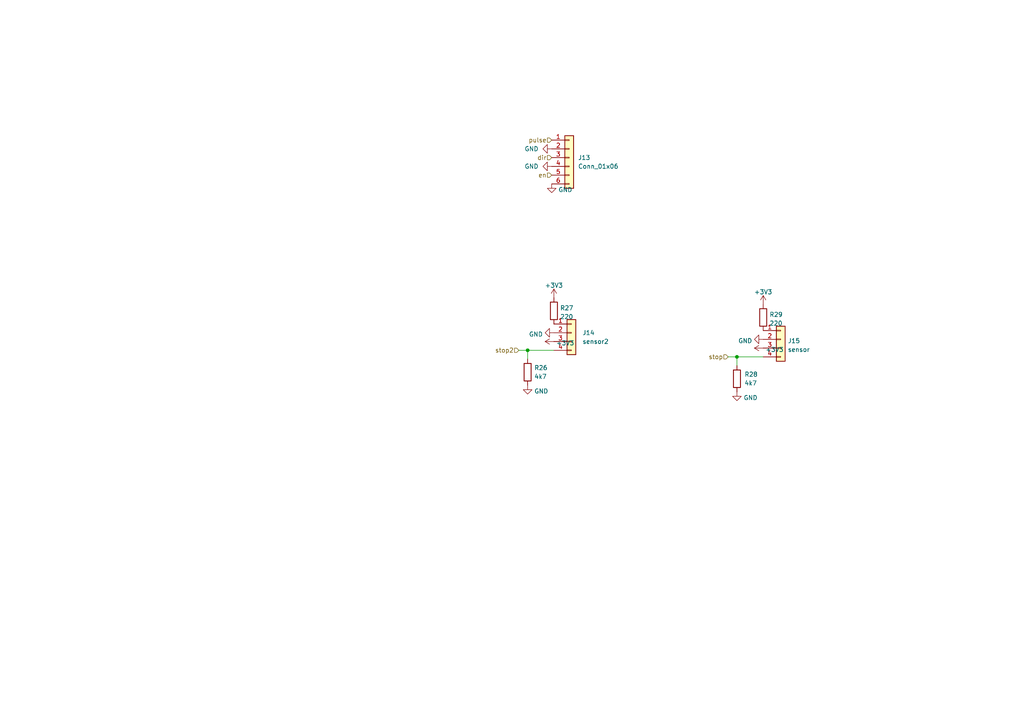
<source format=kicad_sch>
(kicad_sch (version 20230121) (generator eeschema)
  (paper "A4")
  (lib_symbols
    (symbol "0_aaaaa_yeah:R" (pin_numbers hide) (pin_names (offset 0))
      (property "Reference" "R" (at 2.032 0 90))
      (property "Value" "R" (at 0 0 90))
      (symbol "R_0_1"
        (rectangle (start -1.016 -2.54) (end 1.016 2.54) (stroke (width 0.254)))
      )
      (symbol "R_1_1"
        (pin passive line (at 0 3.81 270) (length 1.27) (name "~") (number "1"))
        (pin passive line (at 0 -3.81 90) (length 1.27) (name "~") (number "2"))
      )
    )
    (symbol "Connector_Generic:Conn_01x04" (pin_names (offset 1.016) hide)
      (property "Reference" "J" (at 0 5.08 0))
      (property "Value" "Conn_01x04" (at 0 -7.62 0))
      (symbol "Conn_01x04_1_1"
        (rectangle (start -1.27 -4.953) (end 0 -5.207) (stroke (width 0.1524)))
        (rectangle (start -1.27 -2.413) (end 0 -2.667) (stroke (width 0.1524)))
        (rectangle (start -1.27 0.127) (end 0 -0.127) (stroke (width 0.1524)))
        (rectangle (start -1.27 2.667) (end 0 2.413) (stroke (width 0.1524)))
        (rectangle (start -1.27 3.81) (end 1.27 -6.35) (stroke (width 0.254)) (fill (type background)))
        (pin passive line (at -5.08 2.54 0) (length 3.81) (name "Pin_1") (number "1"))
        (pin passive line (at -5.08 0 0) (length 3.81) (name "Pin_2") (number "2"))
        (pin passive line (at -5.08 -2.54 0) (length 3.81) (name "Pin_3") (number "3"))
        (pin passive line (at -5.08 -5.08 0) (length 3.81) (name "Pin_4") (number "4"))
      )
    )
    (symbol "Connector_Generic:Conn_01x06" (pin_names (offset 1.016) hide)
      (property "Reference" "J" (at 0 7.62 0))
      (property "Value" "Conn_01x06" (at 0 -10.16 0))
      (symbol "Conn_01x06_1_1"
        (rectangle (start -1.27 -7.493) (end 0 -7.747) (stroke (width 0.1524)))
        (rectangle (start -1.27 -4.953) (end 0 -5.207) (stroke (width 0.1524)))
        (rectangle (start -1.27 -2.413) (end 0 -2.667) (stroke (width 0.1524)))
        (rectangle (start -1.27 0.127) (end 0 -0.127) (stroke (width 0.1524)))
        (rectangle (start -1.27 2.667) (end 0 2.413) (stroke (width 0.1524)))
        (rectangle (start -1.27 5.207) (end 0 4.953) (stroke (width 0.1524)))
        (rectangle (start -1.27 6.35) (end 1.27 -8.89) (stroke (width 0.254)) (fill (type background)))
        (pin passive line (at -5.08 5.08 0) (length 3.81) (name "Pin_1") (number "1"))
        (pin passive line (at -5.08 2.54 0) (length 3.81) (name "Pin_2") (number "2"))
        (pin passive line (at -5.08 0 0) (length 3.81) (name "Pin_3") (number "3"))
        (pin passive line (at -5.08 -2.54 0) (length 3.81) (name "Pin_4") (number "4"))
        (pin passive line (at -5.08 -5.08 0) (length 3.81) (name "Pin_5") (number "5"))
        (pin passive line (at -5.08 -7.62 0) (length 3.81) (name "Pin_6") (number "6"))
      )
    )
    (symbol "nime2020-library:+3V3" (power) (pin_names (offset 0))
      (property "Value" "+3V3" (at 0 3.556 0))
      (symbol "+3V3_0_1"
        (polyline (pts (xy -0.762 1.27) (xy 0 2.54)))
        (polyline (pts (xy 0 0) (xy 0 2.54)))
        (polyline (pts (xy 0 2.54) (xy 0.762 1.27)))
      )
      (symbol "+3V3_1_1"
        (pin power_in line (at 0 0 90) (length 0) hide (name "+3V3") (number "1"))
      )
    )
    (symbol "power:GND" (power) (pin_names (offset 0))
      (property "Value" "GND" (at 0 -3.81 0))
      (symbol "GND_0_1"
        (polyline (pts (xy 0 0) (xy 0 -1.27) (xy 1.27 -1.27) (xy 0 -2.54) (xy -1.27 -1.27) (xy 0 -1.27)))
      )
      (symbol "GND_1_1"
        (pin power_in line (at 0 0 270) (length 0) hide (name "GND") (number "1"))
      )
    )
  )
  (junction (at 213.741 103.505))
  (junction (at 153.035 101.6))
  (wire (pts (xy 213.741 103.505) (xy 213.741 106.045)))
  (wire (pts (xy 211.201 103.505) (xy 213.741 103.505)))
  (wire (pts (xy 150.495 101.6) (xy 153.035 101.6)))
  (wire (pts (xy 213.741 103.505) (xy 221.361 103.505)))
  (wire (pts (xy 153.035 101.6) (xy 153.035 104.14)))
  (wire (pts (xy 153.035 101.6) (xy 160.655 101.6)))
  (hierarchical_label "dir" (shape input) (at 160.02 45.72 180))
  (hierarchical_label "stop" (shape input) (at 211.201 103.505 180))
  (hierarchical_label "pulse" (shape input) (at 160.02 40.64 180))
  (hierarchical_label "en" (shape input) (at 160.02 50.8 180))
  (hierarchical_label "stop2" (shape input) (at 150.495 101.6 180))
  (symbol (lib_id "nime2020-library:+3V3") (at 160.655 99.06 90) (unit 1)
    (property "Reference" "#PWR086" (effects hide))
    (property "Value" "~" (at 161.29 99.4938 90) (effects (justify right)))
    (instances (project "anadrum2" (path "" (reference "#PWR086") (unit 1)) (path "" (reference "#PWR069") (unit 1)) (path "" (reference "#PWR097") (unit 1)) (path "" (reference "#PWR0111") (unit 1))))
  )
  (symbol (lib_id "power:GND") (at 160.02 53.34 0) (unit 1)
    (property "Reference" "#PWR083" (effects hide))
    (property "Value" "GND" (at 161.925 55.0438 0) (effects (justify left)))
    (instances (project "anadrum2" (path "" (reference "#PWR083") (unit 1)) (path "" (reference "#PWR066") (unit 1)) (path "" (reference "#PWR094") (unit 1)) (path "" (reference "#PWR0108") (unit 1))))
  )
  (symbol (lib_id "nime2020-library:+3V3") (at 160.655 86.36 0) (unit 1)
    (property "Reference" "#PWR084" (effects hide))
    (property "Value" "~" (at 160.655 82.7842 0))
    (instances (project "anadrum2" (path "" (reference "#PWR084") (unit 1)) (path "" (reference "#PWR067") (unit 1)) (path "" (reference "#PWR095") (unit 1)) (path "" (reference "#PWR0109") (unit 1))))
  )
  (symbol (lib_id "power:GND") (at 160.02 43.18 270) (unit 1)
    (property "Reference" "#PWR081" (effects hide))
    (property "Value" "GND" (at 156.21 43.18 90) (effects (justify right)))
    (instances (project "anadrum2" (path "" (reference "#PWR081") (unit 1)) (path "" (reference "#PWR064") (unit 1)) (path "" (reference "#PWR092") (unit 1)) (path "" (reference "#PWR0106") (unit 1))))
  )
  (symbol (lib_id "power:GND") (at 221.361 98.425 270) (unit 1)
    (property "Reference" "#PWR089" (effects hide))
    (property "Value" "GND" (at 218.1861 98.8588 90) (effects (justify right)))
    (instances (project "anadrum2" (path "" (reference "#PWR089") (unit 1)) (path "" (reference "#PWR072") (unit 1)) (path "" (reference "#PWR0100") (unit 1)) (path "" (reference "#PWR0114") (unit 1))))
  )
  (symbol (lib_id "0_aaaaa_yeah:R") (at 213.741 109.855 0) (unit 1)
    (property "Reference" "R28" (at 215.9 108.585 0) (effects (justify left)))
    (property "Value" "4k7" (at 215.9 111.125 0) (effects (justify left)))
    (property "Footprint" "Resistor_SMD:R_0805_2012Metric" (effects hide))
    (instances (project "anadrum2" (path "" (reference "R28") (unit 1)) (path "" (reference "R16") (unit 1)) (path "" (reference "R32") (unit 1)) (path "" (reference "R40") (unit 1))))
  )
  (symbol (lib_id "power:GND") (at 213.741 113.665 0) (unit 1)
    (property "Reference" "#PWR087" (effects hide))
    (property "Value" "GND" (at 215.646 115.3688 0) (effects (justify left)))
    (instances (project "anadrum2" (path "" (reference "#PWR087") (unit 1)) (path "" (reference "#PWR070") (unit 1)) (path "" (reference "#PWR098") (unit 1)) (path "" (reference "#PWR0112") (unit 1))))
  )
  (symbol (lib_id "Connector_Generic:Conn_01x04") (at 165.735 96.52 0) (unit 1)
    (property "Reference" "J14" (at 168.91 96.52 0) (effects (justify left)))
    (property "Value" "sensor2" (at 168.91 99.06 0) (effects (justify left)))
    (property "Footprint" "synkie_footprints:Molex_KK-254_AE-6410-04A_1x04_P2.54mm_Vertical" (effects hide))
    (instances (project "anadrum2" (path "" (reference "J14") (unit 1)) (path "" (reference "J9") (unit 1)) (path "" (reference "J17") (unit 1)) (path "" (reference "J21") (unit 1))))
  )
  (symbol (lib_id "nime2020-library:+3V3") (at 221.361 100.965 90) (unit 1)
    (property "Reference" "#PWR090" (effects hide))
    (property "Value" "~" (at 221.996 101.3988 90) (effects (justify right)))
    (instances (project "anadrum2" (path "" (reference "#PWR090") (unit 1)) (path "" (reference "#PWR073") (unit 1)) (path "" (reference "#PWR0101") (unit 1)) (path "" (reference "#PWR0115") (unit 1))))
  )
  (symbol (lib_id "nime2020-library:+3V3") (at 221.361 88.265 0) (unit 1)
    (property "Reference" "#PWR088" (effects hide))
    (property "Value" "~" (at 221.361 84.6892 0))
    (instances (project "anadrum2" (path "" (reference "#PWR088") (unit 1)) (path "" (reference "#PWR071") (unit 1)) (path "" (reference "#PWR099") (unit 1)) (path "" (reference "#PWR0113") (unit 1))))
  )
  (symbol (lib_id "0_aaaaa_yeah:R") (at 153.035 107.95 0) (unit 1)
    (property "Reference" "R26" (at 154.94 106.68 0) (effects (justify left)))
    (property "Value" "4k7" (at 154.94 109.22 0) (effects (justify left)))
    (property "Footprint" "Resistor_SMD:R_0805_2012Metric" (effects hide))
    (instances (project "anadrum2" (path "" (reference "R26") (unit 1)) (path "" (reference "R14") (unit 1)) (path "" (reference "R30") (unit 1)) (path "" (reference "R38") (unit 1))))
  )
  (symbol (lib_id "0_aaaaa_yeah:R") (at 221.361 92.075 0) (unit 1)
    (property "Reference" "R29" (at 223.139 91.2403 0) (effects (justify left)))
    (property "Value" "220" (at 223.139 93.7772 0) (effects (justify left)))
    (property "Footprint" "Resistor_SMD:R_0805_2012Metric" (effects hide))
    (instances (project "anadrum2" (path "" (reference "R29") (unit 1)) (path "" (reference "R17") (unit 1)) (path "" (reference "R33") (unit 1)) (path "" (reference "R41") (unit 1))))
  )
  (symbol (lib_id "power:GND") (at 153.035 111.76 0) (unit 1)
    (property "Reference" "#PWR080" (effects hide))
    (property "Value" "GND" (at 154.94 113.4638 0) (effects (justify left)))
    (instances (project "anadrum2" (path "" (reference "#PWR080") (unit 1)) (path "" (reference "#PWR063") (unit 1)) (path "" (reference "#PWR091") (unit 1)) (path "" (reference "#PWR0105") (unit 1))))
  )
  (symbol (lib_id "Connector_Generic:Conn_01x06") (at 165.1 45.72 0) (unit 1)
    (property "Reference" "J13" (at 167.64 45.72 0) (effects (justify left)))
    (property "Value" "Conn_01x06" (at 167.64 48.26 0) (effects (justify left)))
    (property "Footprint" "Connector_IDC:IDC-Header_2x03_P2.54mm_Vertical" (effects hide))
    (instances (project "anadrum2" (path "" (reference "J13") (unit 1)) (path "" (reference "J8") (unit 1)) (path "" (reference "J16") (unit 1)) (path "" (reference "J20") (unit 1))))
  )
  (symbol (lib_id "power:GND") (at 160.655 96.52 270) (unit 1)
    (property "Reference" "#PWR085" (effects hide))
    (property "Value" "GND" (at 157.4801 96.9538 90) (effects (justify right)))
    (instances (project "anadrum2" (path "" (reference "#PWR085") (unit 1)) (path "" (reference "#PWR068") (unit 1)) (path "" (reference "#PWR096") (unit 1)) (path "" (reference "#PWR0110") (unit 1))))
  )
  (symbol (lib_id "0_aaaaa_yeah:R") (at 160.655 90.17 0) (unit 1)
    (property "Reference" "R27" (at 162.433 89.3353 0) (effects (justify left)))
    (property "Value" "220" (at 162.433 91.8722 0) (effects (justify left)))
    (property "Footprint" "Resistor_SMD:R_0805_2012Metric" (effects hide))
    (instances (project "anadrum2" (path "" (reference "R27") (unit 1)) (path "" (reference "R15") (unit 1)) (path "" (reference "R31") (unit 1)) (path "" (reference "R39") (unit 1))))
  )
  (symbol (lib_id "Connector_Generic:Conn_01x04") (at 226.441 98.425 0) (unit 1)
    (property "Reference" "J15" (at 228.473 98.8603 0) (effects (justify left)))
    (property "Value" "sensor" (at 228.473 101.3972 0) (effects (justify left)))
    (property "Footprint" "synkie_footprints:Molex_KK-254_AE-6410-04A_1x04_P2.54mm_Vertical" (effects hide))
    (instances (project "anadrum2" (path "" (reference "J15") (unit 1)) (path "" (reference "J10") (unit 1)) (path "" (reference "J18") (unit 1)) (path "" (reference "J22") (unit 1))))
  )
  (symbol (lib_id "power:GND") (at 160.02 48.26 270) (unit 1)
    (property "Reference" "#PWR082" (effects hide))
    (property "Value" "GND" (at 156.21 48.26 90) (effects (justify right)))
    (instances (project "anadrum2" (path "" (reference "#PWR082") (unit 1)) (path "" (reference "#PWR065") (unit 1)) (path "" (reference "#PWR093") (unit 1)) (path "" (reference "#PWR0107") (unit 1))))
  )
)
</source>
